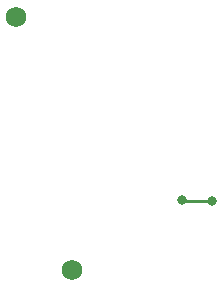
<source format=gbr>
%TF.GenerationSoftware,KiCad,Pcbnew,7.0.8*%
%TF.CreationDate,2025-05-01T09:06:41-04:00*%
%TF.ProjectId,trifalcon,74726966-616c-4636-9f6e-2e6b69636164,rev?*%
%TF.SameCoordinates,Original*%
%TF.FileFunction,Copper,L2,Bot*%
%TF.FilePolarity,Positive*%
%FSLAX46Y46*%
G04 Gerber Fmt 4.6, Leading zero omitted, Abs format (unit mm)*
G04 Created by KiCad (PCBNEW 7.0.8) date 2025-05-01 09:06:41*
%MOMM*%
%LPD*%
G01*
G04 APERTURE LIST*
%TA.AperFunction,ComponentPad*%
%ADD10C,1.750000*%
%TD*%
%TA.AperFunction,ViaPad*%
%ADD11C,0.800000*%
%TD*%
%TA.AperFunction,Conductor*%
%ADD12C,0.250000*%
%TD*%
G04 APERTURE END LIST*
D10*
%TO.P,TP1,1,1*%
%TO.N,Net-(R1-Pad1)*%
X41300400Y-17100000D03*
%TD*%
%TO.P,TP2,1,1*%
%TO.N,Net-(D1-A)*%
X46075600Y-38506400D03*
%TD*%
D11*
%TO.N,Net-(R1-Pad2)*%
X57912000Y-32715200D03*
X55372000Y-32562800D03*
%TD*%
D12*
%TO.N,Net-(R1-Pad2)*%
X55372000Y-32562800D02*
X55524400Y-32715200D01*
X55524400Y-32715200D02*
X57912000Y-32715200D01*
%TD*%
M02*

</source>
